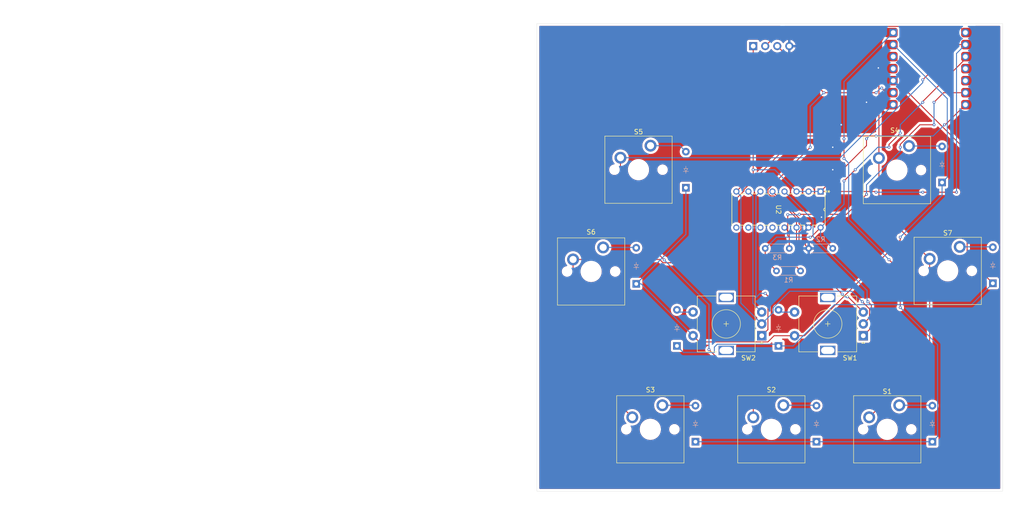
<source format=kicad_pcb>
(kicad_pcb (version 20240108) (generator "pcbnew") (generator_version "8.0")
  (layers (0 "F.Cu" signal) (31 "B.Cu" signal) (34 "B.Paste" user) (35 "F.Paste" user) (36 "B.SilkS" user "B.Silkscreen") (37 "F.SilkS" user "F.Silkscreen") (38 "B.Mask" user) (39 "F.Mask" user) (44 "Edge.Cuts" user))
  (net 0 "")
  (net 1 "Net-(D1-A)")
  (net 2 "Row 0")
  (net 3 "Net-(D2-A)")
  (net 4 "Net-(D3-A)")
  (net 5 "Row 1")
  (net 6 "Net-(D4-A)")
  (net 7 "Net-(D5-A)")
  (net 8 "Net-(D6-A)")
  (net 9 "Row 2")
  (net 10 "Net-(D7-A)")
  (net 11 "GND")
  (net 12 "SCL")
  (net 13 "Column 0")
  (net 14 "Column 1")
  (net 15 "Column 2")
  (net 18 "SDA")
  (net 19 "+5V")
  (net 20 "+3V3")
  (net 21 "IO_INT")
  (net 22 "A1")
  (net 23 "B1")
  (net 24 "B2")
  (net 25 "A2")
  (net 27 "Net-(D8-A)")
  (net 29 "Net-(D9-A)")
  (footprint "ScottoKeebs_MX:MX_PCB_1.00u" (layer "F.Cu") (at 253.9375 135.733)
    (property "Reference" "S1" (at 0 -8 0) (layer "F.SilkS"))
    (property "Value" "Keyswitch")
    (pad "" np_thru_hole circle (at -5.08 0) (size 1.75 1.75) (drill 1.75) (layers "*.Cu" "*.Mask"))
    (pad "" np_thru_hole circle (at 0 0) (size 4 4) (drill 4) (layers "*.Cu" "*.Mask"))
    (pad "" np_thru_hole circle (at 5.08 0) (size 1.75 1.75) (drill 1.75) (layers "*.Cu" "*.Mask"))
    (pad "1" thru_hole circle (at -3.81 -2.54) (size 2.5 2.5) (drill 1.5) (layers "*.Cu" "*.Mask") (net 13 "Column 0"))
    (pad "2" thru_hole circle (at 2.54 -5.08) (size 2.5 2.5) (drill 1.5) (layers "*.Cu" "*.Mask") (net 1 "Net-(D1-A)"))
  )
  (footprint "ScottoKeebs_MX:MX_PCB_1.00u" (layer "F.Cu") (at 266.7041 102.2625)
    (property "Reference" "S7" (at 0 -8 0) (layer "F.SilkS"))
    (property "Value" "Keyswitch")
    (pad "" np_thru_hole circle (at -5.08 0) (size 1.75 1.75) (drill 1.75) (layers "*.Cu" "*.Mask"))
    (pad "" np_thru_hole circle (at 0 0) (size 4 4) (drill 4) (layers "*.Cu" "*.Mask"))
    (pad "" np_thru_hole circle (at 5.08 0) (size 1.75 1.75) (drill 1.75) (layers "*.Cu" "*.Mask"))
    (pad "1" thru_hole circle (at -3.81 -2.54) (size 2.5 2.5) (drill 1.5) (layers "*.Cu" "*.Mask") (net 13 "Column 0"))
    (pad "2" thru_hole circle (at 2.54 -5.08) (size 2.5 2.5) (drill 1.5) (layers "*.Cu" "*.Mask") (net 10 "Net-(D7-A)"))
  )
  (footprint "ScottoKeebs_Components:OLED_128x64" (layer "F.Cu") (at 229.4575 54.7705)
    (property "Reference" "J1" (hide yes))
    (property "Value" "OLED_128x64")
    (pad "1" thru_hole rect (at -3.81 0 90) (size 1.7 1.7) (drill 1) (layers "*.Cu" "*.Mask") (net 11 "GND"))
    (pad "2" thru_hole oval (at -1.27 0 90) (size 1.7 1.7) (drill 1) (layers "*.Cu" "*.Mask") (net 19 "+5V"))
    (pad "3" thru_hole oval (at 1.27 0 90) (size 1.7 1.7) (drill 1) (layers "*.Cu" "*.Mask") (net 12 "SCL"))
    (pad "4" thru_hole oval (at 3.81 0 90) (size 1.7 1.7) (drill 1) (layers "*.Cu" "*.Mask") (net 18 "SDA"))
  )
  (footprint "ScottoKeebs_MX:MX_PCB_1.00u" (layer "F.Cu") (at 255.98825 80.9631)
    (property "Reference" "S4" (at -0.4524 -8.3747 0) (layer "F.SilkS"))
    (property "Value" "Keyswitch")
    (pad "" np_thru_hole circle (at -5.08 0) (size 1.75 1.75) (drill 1.75) (layers "*.Cu" "*.Mask"))
    (pad "" np_thru_hole circle (at 0 0) (size 4 4) (drill 4) (layers "*.Cu" "*.Mask"))
    (pad "" np_thru_hole circle (at 5.08 0) (size 1.75 1.75) (drill 1.75) (layers "*.Cu" "*.Mask"))
    (pad "1" thru_hole circle (at -3.81 -2.54) (size 2.5 2.5) (drill 1.5) (layers "*.Cu" "*.Mask") (net 13 "Column 0"))
    (pad "2" thru_hole circle (at 2.54 -5.08) (size 2.5 2.5) (drill 1.5) (layers "*.Cu" "*.Mask") (net 6 "Net-(D4-A)"))
  )
  (footprint "ScottoKeebs_MX:MX_PCB_1.00u" (layer "F.Cu") (at 191.4375 102.3875)
    (property "Reference" "S6" (at 0 -8.33395 0) (layer "F.SilkS"))
    (property "Value" "Keyswitch")
    (pad "" np_thru_hole circle (at -5.08 0) (size 1.75 1.75) (drill 1.75) (layers "*.Cu" "*.Mask"))
    (pad "" np_thru_hole circle (at 0 0) (size 4 4) (drill 4) (layers "*.Cu" "*.Mask"))
    (pad "" np_thru_hole circle (at 5.08 0) (size 1.75 1.75) (drill 1.75) (layers "*.Cu" "*.Mask"))
    (pad "1" thru_hole circle (at -3.81 -2.54) (size 2.5 2.5) (drill 1.5) (layers "*.Cu" "*.Mask") (net 15 "Column 2"))
    (pad "2" thru_hole circle (at 2.54 -5.08) (size 2.5 2.5) (drill 1.5) (layers "*.Cu" "*.Mask") (net 8 "Net-(D6-A)"))
  )
  (footprint "Rotary_Encoder:RotaryEncoder_Alps_EC11E-Switch_Vertical_H20mm" (layer "F.Cu") (at 248.8828 115.96425 180)
    (property "Reference" "SW1" (at 2.8 -4.7 0) (layer "F.SilkS"))
    (property "Value" "Volume 1")
    (pad "A" thru_hole rect (at 0 0 180) (size 2 2) (drill 1) (layers "*.Cu" "*.Mask") (net 22 "A1"))
    (pad "B" thru_hole circle (at 0 5 180) (size 2 2) (drill 1) (layers "*.Cu" "*.Mask") (net 23 "B1"))
    (pad "C" thru_hole circle (at 0 2.5 180) (size 2 2) (drill 1) (layers "*.Cu" "*.Mask") (net 11 "GND"))
    (pad "MP" thru_hole rect (at 7.5 -3.1 180) (size 3.2 2) (drill oval 2.8 1.5) (layers "*.Cu" "*.Mask"))
    (pad "MP" thru_hole rect (at 7.5 8.1 180) (size 3.2 2) (drill oval 2.8 1.5) (layers "*.Cu" "*.Mask"))
    (pad "S1" thru_hole circle (at 14.5 5 180) (size 2 2) (drill 1) (layers "*.Cu" "*.Mask") (net 29 "Net-(D9-A)"))
    (pad "S2" thru_hole circle (at 14.5 0 180) (size 2 2) (drill 1) (layers "*.Cu" "*.Mask") (net 5 "Row 1"))
  )
  (footprint "Rotary_Encoder:RotaryEncoder_Alps_EC11E-Switch_Vertical_H20mm" (layer "F.Cu") (at 227.45155 115.96425 180)
    (property "Reference" "SW2" (at 2.8 -4.7 0) (layer "F.SilkS"))
    (property "Value" "Volume 2")
    (pad "A" thru_hole rect (at 0 0 180) (size 2 2) (drill 1) (layers "*.Cu" "*.Mask") (net 25 "A2"))
    (pad "B" thru_hole circle (at 0 5 180) (size 2 2) (drill 1) (layers "*.Cu" "*.Mask") (net 24 "B2"))
    (pad "C" thru_hole circle (at 0 2.5 180) (size 2 2) (drill 1) (layers "*.Cu" "*.Mask") (net 11 "GND"))
    (pad "MP" thru_hole rect (at 7.5 -3.1 180) (size 3.2 2) (drill oval 2.8 1.5) (layers "*.Cu" "*.Mask"))
    (pad "MP" thru_hole rect (at 7.5 8.1 180) (size 3.2 2) (drill oval 2.8 1.5) (layers "*.Cu" "*.Mask"))
    (pad "S1" thru_hole circle (at 14.5 5 180) (size 2 2) (drill 1) (layers "*.Cu" "*.Mask") (net 27 "Net-(D8-A)"))
    (pad "S2" thru_hole circle (at 14.5 0 180) (size 2 2) (drill 1) (layers "*.Cu" "*.Mask") (net 5 "Row 1"))
  )
  (footprint "footprints:N16" (layer "F.Cu") (at 222.0946 93.10765 -90)
    (property "Reference" "U2" (at -3.81 -8.89 -90) (layer "F.SilkS"))
    (property "Value" "PCF8574A")
    (fp_text user "*" (at -7.62 -19.1897 -90) (layer "F.SilkS"))
    (fp_text user "*" (at -7.62 -19.1897 90) (layer "F.SilkS"))
    (pad "1" thru_hole rect (at -7.62 -17.78 270) (size 1.2954 1.2954) (drill 0.7874) (layers "*.Cu" "*.Mask") (net 11 "GND"))
    (pad "2" thru_hole circle (at -7.62 -15.24 270) (size 1.2954 1.2954) (drill 0.7874) (layers "*.Cu" "*.Mask") (net 11 "GND"))
    (pad "3" thru_hole circle (at -7.62 -12.7 270) (size 1.2954 1.2954) (drill 0.7874) (layers "*.Cu" "*.Mask") (net 11 "GND"))
    (pad "4" thru_hole circle (at -7.62 -10.16 270) (size 1.2954 1.2954) (drill 0.7874) (layers "*.Cu" "*.Mask") (net 22 "A1"))
    (pad "5" thru_hole circle (at -7.62 -7.62 270) (size 1.2954 1.2954) (drill 0.7874) (layers "*.Cu" "*.Mask") (net 23 "B1"))
    (pad "6" thru_hole circle (at -7.62 -5.08 270) (size 1.2954 1.2954) (drill 0.7874) (layers "*.Cu" "*.Mask") (net 25 "A2"))
    (pad "7" thru_hole circle (at -7.62 -2.54 270) (size 1.2954 1.2954) (drill 0.7874) (layers "*.Cu" "*.Mask") (net 24 "B2"))
    (pad "8" thru_hole circle (at -7.62 0 270) (size 1.2954 1.2954) (drill 0.7874) (layers "*.Cu" "*.Mask") (net 11 "GND"))
    (pad "9" thru_hole circle (at 0 0 270) (size 1.2954 1.2954) (drill 0.7874) (layers "*.Cu" "*.Mask"))
    (pad "10" thru_hole circle (at 0 -2.54 270) (size 1.2954 1.2954) (drill 0.7874) (layers "*.Cu" "*.Mask"))
    (pad "11" thru_hole circle (at 0 -5.08 270) (size 1.2954 1.2954) (drill 0.7874) (layers "*.Cu" "*.Mask"))
    (pad "12" thru_hole circle (at 0 -7.62 270) (size 1.2954 1.2954) (drill 0.7874) (layers "*.Cu" "*.Mask"))
    (pad "13" thru_hole circle (at 0 -10.16 270) (size 1.2954 1.2954) (drill 0.7874) (layers "*.Cu" "*.Mask") (net 21 "IO_INT"))
    (pad "14" thru_hole circle (at 0 -12.7 270) (size 1.2954 1.2954) (drill 0.7874) (layers "*.Cu" "*.Mask") (net 12 "SCL"))
    (pad "15" thru_hole circle (at 0 -15.24 270) (size 1.2954 1.2954) (drill 0.7874) (layers "*.Cu" "*.Mask") (net 18 "SDA"))
    (pad "16" thru_hole circle (at 0 -17.78 270) (size 1.2954 1.2954) (drill 0.7874) (layers "*.Cu" "*.Mask") (net 20 "+3V3"))
  )
  (footprint "ScottoKeebs_MX:MX_PCB_1.00u" (layer "F.Cu") (at 203.9375 135.733)
    (property "Reference" "S3" (at 0 -8.33285 0) (layer "F.SilkS"))
    (property "Value" "Keyswitch")
    (pad "" np_thru_hole circle (at -5.08 0) (size 1.75 1.75) (drill 1.75) (layers "*.Cu" "*.Mask"))
    (pad "" np_thru_hole circle (at 0 0) (size 4 4) (drill 4) (layers "*.Cu" "*.Mask"))
    (pad "" np_thru_hole circle (at 5.08 0) (size 1.75 1.75) (drill 1.75) (layers "*.Cu" "*.Mask"))
    (pad "1" thru_hole circle (at -3.81 -2.54) (size 2.5 2.5) (drill 1.5) (layers "*.Cu" "*.Mask") (net 15 "Column 2"))
    (pad "2" thru_hole circle (at 2.54 -5.08) (size 2.5 2.5) (drill 1.5) (layers "*.Cu" "*.Mask") (net 4 "Net-(D3-A)"))
  )
  (footprint "ScottoKeebs_MX:MX_PCB_1.00u" (layer "F.Cu") (at 229.47655 135.733)
    (property "Reference" "S2" (at 0.00255 -8.33285 0) (layer "F.SilkS"))
    (property "Value" "Keyswitch")
    (pad "" np_thru_hole circle (at -5.08 0) (size 1.75 1.75) (drill 1.75) (layers "*.Cu" "*.Mask"))
    (pad "" np_thru_hole circle (at 0 0) (size 4 4) (drill 4) (layers "*.Cu" "*.Mask"))
    (pad "" np_thru_hole circle (at 5.08 0) (size 1.75 1.75) (drill 1.75) (layers "*.Cu" "*.Mask"))
    (pad "1" thru_hole circle (at -3.81 -2.54) (size 2.5 2.5) (drill 1.5) (layers "*.Cu" "*.Mask") (net 14 "Column 1"))
    (pad "2" thru_hole circle (at 2.54 -5.08) (size 2.5 2.5) (drill 1.5) (layers "*.Cu" "*.Mask") (net 3 "Net-(D2-A)"))
  )
  (footprint "ScottoKeebs_MX:MX_PCB_1.00u" (layer "F.Cu") (at 201.4375 80.8875)
    (property "Reference" "S5" (at 0 -8 0) (layer "F.SilkS"))
    (property "Value" "Keyswitch")
    (pad "" np_thru_hole circle (at -5.08 0) (size 1.75 1.75) (drill 1.75) (layers "*.Cu" "*.Mask"))
    (pad "" np_thru_hole circle (at 0 0) (size 4 4) (drill 4) (layers "*.Cu" "*.Mask"))
    (pad "" np_thru_hole circle (at 5.08 0) (size 1.75 1.75) (drill 1.75) (layers "*.Cu" "*.Mask"))
    (pad "1" thru_hole circle (at -3.81 -2.54) (size 2.5 2.5) (drill 1.5) (layers "*.Cu" "*.Mask") (net 14 "Column 1"))
    (pad "2" thru_hole circle (at 2.54 -5.08) (size 2.5 2.5) (drill 1.5) (layers "*.Cu" "*.Mask") (net 7 "Net-(D5-A)"))
  )
  (footprint "ScottoKeebs_MCU:Seeed_XIAO_RP2040" (layer "F.Cu") (at 262.8173 59.5331)
    (property "Reference" "U1" (hide yes))
    (property "Value" "MCU_Seeed_XIAO_RP2040")
    (pad "1" smd roundrect (at -8.065 -7.62) (size 2.75 2) (layers "F.Cu" "F.Paste" "F.Mask") (net 2 "Row 0"))
    (pad "1" thru_hole rect (at -7.62 -7.62 90) (size 1.6 1.6) (drill 1) (layers "*.Cu" "*.Mask") (net 2 "Row 0"))
    (pad "2" smd roundrect (at -8.065 -5.08) (size 2.75 2) (layers "F.Cu" "F.Paste" "F.Mask") (net 5 "Row 1"))
    (pad "2" thru_hole circle (at -7.62 -5.08 90) (size 1.6 1.6) (drill 1) (layers "*.Cu" "*.Mask") (net 5 "Row 1"))
    (pad "3" smd roundrect (at -8.065 -2.54) (size 2.75 2) (layers "F.Cu" "F.Paste" "F.Mask") (net 9 "Row 2"))
    (pad "3" thru_hole circle (at -7.62 -2.54 90) (size 1.6 1.6) (drill 1) (layers "*.Cu" "*.Mask") (net 9 "Row 2"))
    (pad "4" smd roundrect (at -8.065 0) (size 2.75 2) (layers "F.Cu" "F.Paste" "F.Mask") (net 13 "Column 0"))
    (pad "4" thru_hole circle (at -7.62 0 90) (size 1.6 1.6) (drill 1) (layers "*.Cu" "*.Mask") (net 13 "Column 0"))
    (pad "5" smd roundrect (at -8.065 2.54) (size 2.75 2) (layers "F.Cu" "F.Paste" "F.Mask") (net 18 "SDA"))
    (pad "5" thru_hole circle (at -7.62 2.54 90) (size 1.6 1.6) (drill 1) (layers "*.Cu" "*.Mask") (net 18 "SDA"))
    (pad "6" smd roundrect (at -8.065 5.08) (size 2.75 2) (layers "F.Cu" "F.Paste" "F.Mask") (net 12 "SCL"))
    (pad "6" thru_hole circle (at -7.62 5.08 90) (size 1.6 1.6) (drill 1) (layers "*.Cu" "*.Mask") (net 12 "SCL"))
    (pad "7" smd roundrect (at -8.065 7.62) (size 2.75 2) (layers "F.Cu" "F.Paste" "F.Mask") (net 14 "Column 1"))
    (pad "7" thru_hole circle (at -7.62 7.62 90) (size 1.6 1.6) (drill 1) (layers "*.Cu" "*.Mask") (net 14 "Column 1"))
    (pad "8" thru_hole circle (at 7.62 7.62 90) (size 1.6 1.6) (drill 1) (layers "*.Cu" "*.Mask") (net 15 "Column 2"))
    (pad "8" smd roundrect (at 8.1 7.62) (size 2.75 2) (layers "F.Cu" "F.Paste" "F.Mask") (net 15 "Column 2"))
    (pad "9" thru_hole circle (at 7.62 5.08 90) (size 1.6 1.6) (drill 1) (layers "*.Cu" "*.Mask") (net 21 "IO_INT"))
    (pad "9" smd roundrect (at 8.1 5.08) (size 2.75 2) (layers "F.Cu" "F.Paste" "F.Mask") (net 21 "IO_INT"))
    (pad "10" thru_hole circle (at 7.62 2.54 90) (size 1.6 1.6) (drill 1) (layers "*.Cu" "*.Mask"))
    (pad "10" smd roundrect (at 8.1 2.54) (size 2.75 2) (layers "F.Cu" "F.Paste" "F.Mask"))
    (pad "11" thru_hole circle (at 7.62 0 90) (size 1.6 1.6) (drill 1) (layers "*.Cu" "*.Mask"))
    (pad "11" smd roundrect (at 8.1 0) (size 2.75 2) (layers "F.Cu" "F.Paste" "F.Mask"))
    (pad "12" thru_hole circle (at 7.62 -2.54 90) (size 1.6 1.6) (drill 1) (layers "*.Cu" "*.Mask") (net 20 "+3V3"))
    (pad "12" smd roundrect (at 8.1 -2.54) (size 2.75 2) (layers "F.Cu" "F.Paste" "F.Mask") (net 20 "+3V3"))
    (pad "13" thru_hole circle (at 7.62 -5.08 90) (size 1.6 1.6) (drill 1) (layers "*.Cu" "*.Mask") (net 11 "GND"))
    (pad "13" smd roundrect (at 8.1 -5.08) (size 2.75 2) (layers "F.Cu" "F.Paste" "F.Mask") (net 11 "GND"))
    (pad "14" thru_hole circle (at 7.62 -7.62 90) (size 1.6 1.6) (drill 1) (layers "*.Cu" "*.Mask") (net 19 "+5V"))
    (pad "14" smd roundrect (at 8.1 -7.62) (size 2.75 2) (layers "F.Cu" "F.Paste" "F.Mask") (net 19 "+5V"))
  )
  (footprint "ScottoKeebs_Components:Diode_DO-35" (layer "B.Cu") (at 263.4625 138.35405 90)
    (property "Reference" "D1" (hide yes))
    (property "Value" "Diode" (hide yes))
    (pad "1" thru_hole rect (at 0 0 90) (size 1.6 1.6) (drill 0.8) (layers "*.Cu" "*.Mask") (net 2 "Row 0"))
    (pad "2" thru_hole oval (at 7.62 0 90) (size 1.6 1.6) (drill 0.8) (layers "*.Cu" "*.Mask") (net 1 "Net-(D1-A)"))
  )
  (footprint "ScottoKeebs_Components:Diode_DO-35" (layer "B.Cu") (at 230.9846 118.1113 90)
    (property "Reference" "D9" (hide yes))
    (property "Value" "Diode" (hide yes))
    (pad "1" thru_hole rect (at 0 0 90) (size 1.6 1.6) (drill 0.8) (layers "*.Cu" "*.Mask") (net 9 "Row 2"))
    (pad "2" thru_hole oval (at 7.62 0 90) (size 1.6 1.6) (drill 0.8) (layers "*.Cu" "*.Mask") (net 29 "Net-(D9-A)"))
  )
  (footprint "ScottoKeebs_Components:Diode_DO-35" (layer "B.Cu") (at 239.00155 138.35405 90)
    (property "Reference" "D2" (hide yes))
    (property "Value" "Diode" (hide yes))
    (pad "1" thru_hole rect (at 0 0 90) (size 1.6 1.6) (drill 0.8) (layers "*.Cu" "*.Mask") (net 2 "Row 0"))
    (pad "2" thru_hole oval (at 7.62 0 90) (size 1.6 1.6) (drill 0.8) (layers "*.Cu" "*.Mask") (net 3 "Net-(D2-A)"))
  )
  (footprint "ScottoKeebs_Components:Diode_DO-35" (layer "B.Cu") (at 265.51345 83.58245 90)
    (property "Reference" "D4" (hide yes))
    (property "Value" "Diode" (hide yes))
    (pad "1" thru_hole rect (at 0 0 90) (size 1.6 1.6) (drill 0.8) (layers "*.Cu" "*.Mask") (net 5 "Row 1"))
    (pad "2" thru_hole oval (at 7.62 0 90) (size 1.6 1.6) (drill 0.8) (layers "*.Cu" "*.Mask") (net 6 "Net-(D4-A)"))
  )
  (footprint "ScottoKeebs_Components:Diode_DO-35" (layer "B.Cu") (at 213.4625 138.35405 90)
    (property "Reference" "D3" (hide yes))
    (property "Value" "Diode" (hide yes))
    (pad "1" thru_hole rect (at 0 0 90) (size 1.6 1.6) (drill 0.8) (layers "*.Cu" "*.Mask") (net 2 "Row 0"))
    (pad "2" thru_hole oval (at 7.62 0 90) (size 1.6 1.6) (drill 0.8) (layers "*.Cu" "*.Mask") (net 4 "Net-(D3-A)"))
  )
  (footprint "ScottoKeebs_Components:Diode_DO-35" (layer "B.Cu") (at 200.9627 105.00685 90)
    (property "Reference" "D6" (hide yes))
    (property "Value" "Diode" (hide yes))
    (pad "1" thru_hole rect (at 0 0 90) (size 1.6 1.6) (drill 0.8) (layers "*.Cu" "*.Mask") (net 5 "Row 1"))
    (pad "2" thru_hole oval (at 7.62 0 90) (size 1.6 1.6) (drill 0.8) (layers "*.Cu" "*.Mask") (net 8 "Net-(D6-A)"))
  )
  (footprint "ScottoKeebs_Components:Diode_DO-35" (layer "B.Cu") (at 209.5529 118.1113 90)
    (property "Reference" "D8" (hide yes))
    (property "Value" "Diode" (hide yes))
    (pad "1" thru_hole rect (at 0 0 90) (size 1.6 1.6) (drill 0.8) (layers "*.Cu" "*.Mask") (net 9 "Row 2"))
    (pad "2" thru_hole oval (at 7.62 0 90) (size 1.6 1.6) (drill 0.8) (layers "*.Cu" "*.Mask") (net 27 "Net-(D8-A)"))
  )
  (footprint "Resistor_THT:R_Axial_DIN0204_L3.6mm_D1.6mm_P5.08mm_Horizontal" (layer "B.Cu") (at 242.4375 97.5125 180)
    (property "Reference" "R2" (at 2.54 1.92 0) (layer "B.SilkS") (effects (justify mirror)))
    (property "Value" "4.7k")
    (pad "1" thru_hole circle (at 0 0 180) (size 1.4 1.4) (drill 0.7) (layers "*.Cu" "*.Mask") (net 20 "+3V3"))
    (pad "2" thru_hole oval (at 5.08 0 180) (size 1.4 1.4) (drill 0.7) (layers "*.Cu" "*.Mask") (net 18 "SDA"))
  )
  (footprint "ScottoKeebs_Components:Diode_DO-35" (layer "B.Cu") (at 211.4375 84.6975 90)
    (property "Reference" "D5" (hide yes))
    (property "Value" "Diode" (hide yes))
    (pad "1" thru_hole rect (at 0 0 90) (size 1.6 1.6) (drill 0.8) (layers "*.Cu" "*.Mask") (net 5 "Row 1"))
    (pad "2" thru_hole oval (at 7.62 0 90) (size 1.6 1.6) (drill 0.8) (layers "*.Cu" "*.Mask") (net 7 "Net-(D5-A)"))
  )
  (footprint "Resistor_THT:R_Axial_DIN0204_L3.6mm_D1.6mm_P5.08mm_Horizontal" (layer "B.Cu") (at 230.5625 102.2625)
    (property "Reference" "R1" (at 2.54 1.92 0) (layer "B.SilkS") (effects (justify mirror)))
    (property "Value" "4.7k")
    (pad "1" thru_hole circle (at 0 0) (size 1.4 1.4) (drill 0.7) (layers "*.Cu" "*.Mask") (net 20 "+3V3"))
    (pad "2" thru_hole oval (at 5.08 0) (size 1.4 1.4) (drill 0.7) (layers "*.Cu" "*.Mask") (net 12 "SCL"))
  )
  (footprint "Resistor_THT:R_Axial_DIN0204_L3.6mm_D1.6mm_P5.08mm_Horizontal" (layer "B.Cu") (at 228.1875 97.5125)
    (property "Reference" "R3" (at 2.54 1.92 0) (layer "B.SilkS") (effects (justify mirror)))
    (property "Value" "4.7k")
    (pad "1" thru_hole circle (at 0 0) (size 1.4 1.4) (drill 0.7) (layers "*.Cu" "*.Mask") (net 20 "+3V3"))
    (pad "2" thru_hole oval (at 5.08 0) (size 1.4 1.4) (drill 0.7) (layers "*.Cu" "*.Mask") (net 21 "IO_INT"))
  )
  (footprint "ScottoKeebs_Components:Diode_DO-35" (layer "B.Cu") (at 276.2293 104.88185 90)
    (property "Reference" "D7" (hide yes))
    (property "Value" "Diode" (hide yes))
    (pad "1" thru_hole rect (at 0 0 90) (size 1.6 1.6) (drill 0.8) (layers "*.Cu" "*.Mask") (net 9 "Row 2"))
    (pad "2" thru_hole oval (at 7.62 0 90) (size 1.6 1.6) (drill 0.8) (layers "*.Cu" "*.Mask") (net 10 "Net-(D7-A)"))
  )
  (gr_rect (start 180 50) (end 278.28115 148.81725) (stroke (width 0.05)) (fill none) (layer "Edge.Cuts"))
  (segment (start 256.4775 130.653) (end 263.38145 130.653) (width 0.2) (layer "B.Cu") (net 1))
  (segment (start 263.38145 130.653) (end 263.4625 130.73405) (width 0.2) (layer "B.Cu") (net 1))
  (segment (start 244.8125 78.5125) (end 244.8125 74.3625) (width 0.2) (layer "F.Cu") (net 2))
  (segment (start 256.6875 102.2625) (end 254.3125 99.8875) (width 0.2) (layer "F.Cu") (net 2))
  (segment (start 256.6875 109.9875) (end 256.6875 102.2625) (width 0.2) (layer "F.Cu") (net 2))
  (via (at 244.8125 74.3625) (size 0.6) (drill 0.3) (layers "F.Cu" "B.Cu") (net 2))
  (via (at 254.3125 99.8875) (size 0.6) (drill 0.3) (layers "F.Cu" "B.Cu") (net 2))
  (via (at 244.8125 78.5125) (size 0.6) (drill 0.3) (layers "F.Cu" "B.Cu") (net 2))
  (via (at 256.6875 109.9875) (size 0.6) (drill 0.3) (layers "F.Cu" "B.Cu") (net 2))
  (segment (start 239.00155 138.35405) (end 263.4625 138.35405) (width 0.2) (layer "B.Cu") (net 2))
  (segment (start 245.795543 79.495543) (end 244.8125 78.5125) (width 0.2) (layer "B.Cu") (net 2))
  (segment (start 264.5625 117.8625) (end 256.6875 109.9875) (width 0.2) (layer "B.Cu") (net 2))
  (segment (start 244.8125 74.3625) (end 244.8125 62.2979) (width 0.2) (layer "B.Cu") (net 2))
  (segment (start 213.4625 138.35405) (end 239.00155 138.35405) (width 0.2) (layer "B.Cu") (net 2))
  (segment (start 244.8125 62.2979) (end 255.1973 51.9131) (width 0.2) (layer "B.Cu") (net 2))
  (segment (start 254.3125 99.8875) (end 245.795543 91.370543) (width 0.2) (layer "B.Cu") (net 2))
  (segment (start 245.795543 91.370543) (end 245.795543 79.495543) (width 0.2) (layer "B.Cu") (net 2))
  (segment (start 264.5625 137.25405) (end 264.5625 117.8625) (width 0.2) (layer "B.Cu") (net 2))
  (segment (start 263.4625 138.35405) (end 264.5625 137.25405) (width 0.2) (layer "B.Cu") (net 2))
  (segment (start 238.9205 130.653) (end 239.00155 130.73405) (width 0.2) (layer "B.Cu") (net 3))
  (segment (start 232.01655 130.653) (end 238.9205 130.653) (width 0.2) (layer "B.Cu") (net 3))
  (segment (start 206.4775 130.653) (end 213.38145 130.653) (width 0.2) (layer "B.Cu") (net 4))
  (segment (start 213.38145 130.653) (end 213.4625 130.73405) (width 0.2) (layer "B.Cu") (net 4))
  (segment (start 228.75155 117.26425) (end 230.05155 115.96425) (width 0.2) (layer "F.Cu") (net 5))
  (segment (start 214.25155 117.26425) (end 228.75155 117.26425) (width 0.2) (layer "F.Cu") (net 5))
  (segment (start 212.95155 115.96425) (end 214.25155 117.26425) (width 0.2) (layer "F.Cu") (net 5))
  (segment (start 236.4828 115.96425) (end 256.6875 95.75955) (width 0.2) (layer "F.Cu") (net 5))
  (segment (start 256.6875 95.75955) (end 256.6875 95.1375) (width 0.2) (layer "F.Cu") (net 5))
  (segment (start 234.3828 115.96425) (end 236.4828 115.96425) (width 0.2) (layer "F.Cu") (net 5))
  (segment (start 230.05155 115.96425) (end 234.3828 115.96425) (width 0.2) (layer "F.Cu") (net 5))
  (via (at 256.6875 95.1375) (size 0.6) (drill 0.3) (layers "F.Cu" "B.Cu") (net 5))
  (segment (start 256.6875 95.1375) (end 265.51345 86.31155) (width 0.2) (layer "B.Cu") (net 5))
  (segment (start 211.4375 94.53205) (end 200.9627 105.00685) (width 0.2) (layer "B.Cu") (net 5))
  (segment (start 211.4375 84.6975) (end 211.4375 94.53205) (width 0.2) (layer "B.Cu") (net 5))
  (segment (start 201.99415 105.00685) (end 212.95155 115.96425) (width 0.2) (layer "B.Cu") (net 5))
  (segment (start 265.51345 83.58245) (end 266.61345 82.48245) (width 0.2) (layer "B.Cu") (net 5))
  (segment (start 266.61345 82.48245) (end 266.61345 65.86925) (width 0.2) (layer "B.Cu") (net 5))
  (segment (start 266.61345 65.86925) (end 255.1973 54.4531) (width 0.2) (layer "B.Cu") (net 5))
  (segment (start 200.9627 105.00685) (end 201.99415 105.00685) (width 0.2) (layer "B.Cu") (net 5))
  (segment (start 265.51345 86.31155) (end 265.51345 83.58245) (width 0.2) (layer "B.Cu") (net 5))
  (segment (start 265.4341 75.8831) (end 265.51345 75.96245) (width 0.2) (layer "B.Cu") (net 6))
  (segment (start 258.52825 75.8831) (end 265.4341 75.8831) (width 0.2) (layer "B.Cu") (net 6))
  (segment (start 203.9775 75.8075) (end 210.1675 75.8075) (width 0.2) (layer "B.Cu") (net 7))
  (segment (start 210.1675 75.8075) (end 211.4375 77.0775) (width 0.2) (layer "B.Cu") (net 7))
  (segment (start 193.9775 97.3075) (end 200.88335 97.3075) (width 0.2) (layer "B.Cu") (net 8))
  (segment (start 200.88335 97.3075) (end 200.9627 97.38685) (width 0.2) (layer "B.Cu") (net 8))
  (segment (start 256.6875 58.4833) (end 255.1973 56.9931) (width 0.2) (layer "F.Cu") (net 9))
  (segment (start 270.7941 99.44665) (end 270.7941 77.016679) (width 0.2) (layer "F.Cu") (net 9))
  (segment (start 270.7941 77.016679) (end 256.6875 62.910079) (width 0.2) (layer "F.Cu") (net 9))
  (segment (start 256.6875 62.910079) (end 256.6875 58.4833) (width 0.2) (layer "F.Cu") (net 9))
  (segment (start 276.2293 104.88185) (end 270.7941 99.44665) (width 0.2) (layer "F.Cu") (net 9))
  (segment (start 217.45155 118.36425) (end 218.05155 117.76425) (width 0.2) (layer "B.Cu") (net 9))
  (segment (start 209.5529 118.1113) (end 210.9291 119.4875) (width 0.2) (layer "B.Cu") (net 9))
  (segment (start 242.798028 109.3875) (end 271.72365 109.3875) (width 0.2) (layer "B.Cu") (net 9))
  (segment (start 218.05155 117.76425) (end 230.63755 117.76425) (width 0.2) (layer "B.Cu") (net 9))
  (segment (start 217.45155 119.4875) (end 217.45155 118.36425) (width 0.2) (layer "B.Cu") (net 9))
  (segment (start 230.63755 117.76425) (end 230.9846 118.1113) (width 0.2) (layer "B.Cu") (net 9))
  (segment (start 230.9846 118.1113) (end 234.074228 118.1113) (width 0.2) (layer "B.Cu") (net 9))
  (segment (start 210.9291 119.4875) (end 217.45155 119.4875) (width 0.2) (layer "B.Cu") (net 9))
  (segment (start 234.074228 118.1113) (end 242.798028 109.3875) (width 0.2) (layer "B.Cu") (net 9))
  (segment (start 271.72365 109.3875) (end 276.2293 104.88185) (width 0.2) (layer "B.Cu") (net 9))
  (segment (start 276.14995 97.1825) (end 276.2293 97.26185) (width 0.2) (layer "B.Cu") (net 10))
  (segment (start 269.2441 97.1825) (end 276.14995 97.1825) (width 0.2) (layer "B.Cu") (net 10))
  (segment (start 239.8746 85.48765) (end 251.4284 85.48765) (width 0.2) (layer "F.Cu") (net 11))
  (segment (start 261.4375 61.8875) (end 268.8719 54.4531) (width 0.2) (layer "F.Cu") (net 11))
  (segment (start 225.6475 81.93475) (end 222.0946 85.48765) (width 0.2) (layer "F.Cu") (net 11))
  (segment (start 251.4284 85.48765) (end 251.57825 85.6375) (width 0.2) (layer "F.Cu") (net 11))
  (segment (start 268.8719 54.4531) (end 270.4373 54.4531) (width 0.2) (layer "F.Cu") (net 11))
  (segment (start 249.5625 75.79975) (end 249.5625 74.3625) (width 0.2) (layer "F.Cu") (net 11))
  (segment (start 248.6828 108.7875) (end 250.1828 110.2875) (width 0.2) (layer "F.Cu") (net 11))
  (segment (start 261.4375 85.6375) (end 268.5625 85.6375) (width 0.2) (layer "F.Cu") (net 11))
  (segment (start 225.6475 80.8875) (end 225.6475 81.93475) (width 0.2) (layer "F.Cu") (net 11))
  (segment (start 225.6475 54.7705) (end 225.6475 80.8875) (width 0.2) (layer "F.Cu") (net 11))
  (segment (start 250.1828 112.16425) (end 248.8828 113.46425) (width 0.2) (layer "F.Cu") (net 11))
  (segment (start 239.8746 85.48765) (end 249.5625 75.79975) (width 0.2) (layer "F.Cu") (net 11))
  (segment (start 250.1828 110.2875) (end 250.1828 112.16425) (width 0.2) (layer "F.Cu") (net 11))
  (via (at 251.57825 85.6375) (size 0.6) (drill 0.3) (layers "F.Cu" "B.Cu") (net 11))
  (via (at 248.6828 108.7875) (size 0.6) (drill 0.3) (layers "F.Cu" "B.Cu") (net 11))
  (via (at 261.4375 61.8875) (size 0.6) (drill 0.3) (layers "F.Cu" "B.Cu") (net 11))
  (via (at 268.5625 85.6375) (size 0.6) (drill 0.3) (layers "F.Cu" "B.Cu") (net 11))
  (via (at 261.4375 85.6375) (size 0.6) (drill 0.3) (layers "F.Cu" "B.Cu") (net 11))
  (via (at 249.5625 74.3625) (size 0.6) (drill 0.3) (layers "F.Cu" "B.Cu") (net 11))
  (via (at 225.6475 80.8875) (size 0.6) (drill 0.3) (layers "F.Cu" "B.Cu") (net 11))
  (segment (start 234.7946 85.48765) (end 230.19445 80.8875) (width 0.2) (layer "B.Cu") (net 11))
  (segment (start 246.45955 106.56425) (end 248.8828 108.9875) (width 0.2) (layer "B.Cu") (net 11))
  (segment (start 223.0423 109.055) (end 227.45155 113.46425) (width 0.2) (layer "B.Cu") (net 11))
  (segment (start 222.0946 85.48765) (end 223.0423 86.43535) (width 0.2) (layer "B.Cu") (net 11))
  (segment (start 248.8828 108.9875) (end 248.6828 108.7875) (width 0.2) (layer "B.Cu") (net 11))
  (segment (start 237.3346 85.48765) (end 239.8746 85.48765) (width 0.2) (layer "B.Cu") (net 11))
  (segment (start 229.8846 110.035665) (end 233.356015 106.56425) (width 0.2) (layer "B.Cu") (net 11))
  (segment (start 251.57825 85.6375) (end 261.4375 85.6375) (width 0.2) (layer "B.Cu") (net 11))
  (segment (start 230.19445 80.8875) (end 225.6475 80.8875) (width 0.2) (layer "B.Cu") (net 11))
  (segment (start 234.7946 85.48765) (end 237.3346 85.48765) (width 0.2) (layer "B.Cu") (net 11))
  (segment (start 233.356015 106.56425) (end 246.45955 106.56425) (width 0.2) (layer "B.Cu") (net 11))
  (segment (start 261.4375 62.4875) (end 261.4375 61.8875) (width 0.2) (layer "B.Cu") (net 11))
  (segment (start 268.5625 85.6375) (end 268.5625 56.3279) (width 0.2) (layer "B.Cu") (net 11))
  (segment (start 268.5625 56.3279) (end 270.4373 54.4531) (width 0.2) (layer "B.Cu") (net 11))
  (segment (start 223.0423 86.43535) (end 223.0423 109.055) (width 0.2) (layer "B.Cu") (net 11))
  (segment (start 227.45155 113.46425) (end 229.8846 111.0312) (width 0.2) (layer "B.Cu") (net 11))
  (segment (start 249.5625 74.3625) (end 261.4375 62.4875) (width 0.2) (layer "B.Cu") (net 11))
  (segment (start 229.8846 111.0312) (end 229.8846 110.035665) (width 0.2) (layer "B.Cu") (net 11))
  (segment (start 235.6425 102.2625) (end 234.7946 101.4146) (width 0.2) (layer "F.Cu") (net 12))
  (segment (start 228.7669 85.0581) (end 237.6875 76.1375) (width 0.2) (layer "F.Cu") (net 12))
  (segment (start 228.7669 85.880201) (end 228.7669 85.0581) (width 0.2) (layer "F.Cu") (net 12))
  (segment (start 240.5701 64.6131) (end 251.77825 64.6131) (width 0.2) (layer "F.Cu") (net 12))
  (segment (start 253.747728 64.6131) (end 252.77825 63.643622) (width 0.2) (layer "F.Cu") (net 12))
  (segment (start 234.7946 93.10765) (end 234.7946 91.133336) (width 0.2) (layer "F.Cu") (net 12))
  (segment (start 255.1973 64.6131) (end 253.747728 64.6131) (width 0.2) (layer "F.Cu") (net 12))
  (segment (start 234.7946 91.133336) (end 230.096614 86.43535) (width 0.2) (layer "F.Cu") (net 12))
  (segment (start 230.096614 86.43535) (end 229.322049 86.43535) (width 0.2) (layer "F.Cu") (net 12))
  (segment (start 230.7275 54.7705) (end 240.5701 64.6131) (width 0.2) (layer "F.Cu") (net 12))
  (segment (start 234.7946 101.4146) (end 234.7946 93.10765) (width 0.2) (layer "F.Cu") (net 12))
  (segment (start 229.322049 86.43535) (end 228.7669 85.880201) (width 0.2) (layer "F.Cu") (net 12))
  (via (at 237.6875 76.1375) (size 0.6) (drill 0.3) (layers "F.Cu" "B.Cu") (net 12))
  (via (at 252.77825 63.643622) (size 0.6) (drill 0.3) (layers "F.Cu" "B.Cu") (net 12))
  (via (at 240.5701 64.6131) (size 0.6) (drill 0.3) (layers "F.Cu" "B.Cu") (net 12))
  (via (at 251.57825 64.6131) (size 0.6) (drill 0.3) (layers "F.Cu" "B.Cu") (net 12))
  (segment (start 252.547728 63.643622) (end 251.57825 64.6131) (width 0.2) (layer "B.Cu") (net 12))
  (segment (start 237.6875 76.1375) (end 237.6875 67.4957) (width 0.2) (layer "B.Cu") (net 12))
  (segment (start 237.6875 67.4957) (end 240.5701 64.6131) (width 0.2) (layer "B.Cu") (net 12))
  (segment (start 252.77825 63.643622) (end 252.547728 63.643622) (width 0.2) (layer "B.Cu") (net 12))
  (segment (start 252.17825 89.00665) (end 252.17825 78.4231) (width 0.2) (layer "F.Cu") (net 13))
  (segment (start 252.17825 78.4231) (end 252.17825 61.42078) (width 0.2) (layer "F.Cu") (net 13))
  (segment (start 262.8941 120.4264) (end 262.8941 99.7225) (width 0.2) (layer "F.Cu") (net 13))
  (segment (start 250.1275 133.193) (end 262.8941 120.4264) (width 0.2) (layer "F.Cu") (net 13))
  (segment (start 252.17825 61.42078) (end 254.06593 59.5331) (width 0.2) (layer "F.Cu") (net 13))
  (segment (start 254.06593 59.5331) (end 255.1973 59.5331) (width 0.2) (layer "F.Cu") (net 13))
  (segment (start 262.8941 99.7225) (end 252.17825 89.00665) (width 0.2) (layer "F.Cu") (net 13))
  (segment (start 225.66655 133.193) (end 225.66655 128.24155) (width 0.2) (layer "F.Cu") (net 14))
  (segment (start 206.87154 99.94654) (end 197.6275 90.7025) (width 0.2) (layer "F.Cu") (net 14))
  (segment (start 197.6275 90.7025) (end 197.6275 78.3475) (width 0.2) (layer "F.Cu") (net 14))
  (segment (start 225.66655 128.24155) (end 216.3125 118.8875) (width 0.2) (layer "F.Cu") (net 14))
  (via (at 216.3125 118.8875) (size 0.6) (drill 0.3) (layers "F.Cu" "B.Cu") (net 14))
  (via (at 206.87154 99.94654) (size 0.6) (drill 0.3) (layers "F.Cu" "B.Cu") (net 14))
  (segment (start 244.0029 78.3475) (end 255.1973 67.1531) (width 0.2) (layer "B.Cu") (net 14))
  (segment (start 197.6275 78.3475) (end 244.0029 78.3475) (width 0.2) (layer "B.Cu") (net 14))
  (segment (start 216.3125 109.3875) (end 206.87154 99.94654) (width 0.2) (layer "B.Cu") (net 14))
  (segment (start 216.3125 118.8875) (end 216.3125 109.3875) (width 0.2) (layer "B.Cu") (net 14))
  (segment (start 266.01345 71.3875) (end 266.1875 71.3875) (width 0.2) (layer "F.Cu") (net 15))
  (segment (start 200.1275 133.193) (end 187.6275 120.693) (width 0.2) (layer "F.Cu") (net 15))
  (segment (start 270.4219 67.1531) (end 270.9173 67.1531) (width 0.2) (layer "F.Cu") (net 15))
  (segment (start 223.6869 85.095099) (end 235.019499 73.7625) (width 0.2) (layer "F.Cu") (net 15))
  (segment (start 208.52846 100.54654) (end 223.6869 85.3881) (width 0.2) (layer "F.Cu") (net 15))
  (segment (start 206.623011 100.54654) (end 208.52846 100.54654) (width 0.2) (layer "F.Cu") (net 15))
  (segment (start 205.923971 99.8475) (end 206.623011 100.54654) (width 0.2) (layer "F.Cu") (net 15))
  (segment (start 223.6869 85.3881) (end 223.6869 85.095099) (width 0.2) (layer "F.Cu") (net 15))
  (segment (start 235.019499 73.7625) (end 251.57825 73.7625) (width 0.2) (layer "F.Cu") (net 15))
  (segment (start 266.1875 71.3875) (end 270.4219 67.1531) (width 0.2) (layer "F.Cu") (net 15))
  (segment (start 187.6275 99.8475) (end 205.923971 99.8475) (width 0.2) (layer "F.Cu") (net 15))
  (segment (start 187.6275 120.693) (end 187.6275 99.8475) (width 0.2) (layer "F.Cu") (net 15))
  (via (at 266.01345 71.3875) (size 0.6) (drill 0.3) (layers "F.Cu" "B.Cu") (net 15))
  (via (at 251.57825 73.7625) (size 0.6) (drill 0.3) (layers "F.Cu" "B.Cu") (net 15))
  (segment (start 263.63845 73.7625) (end 266.01345 71.3875) (width 0.2) (layer "B.Cu") (net 15))
  (segment (start 251.57825 73.7625) (end 263.63845 73.7625) (width 0.2) (layer "B.Cu") (net 15))
  (segment (start 244.2125 71.3875) (end 248.9625 66.6375) (width 0.2) (layer "F.Cu") (net 18))
  (segment (start 236.6575 93.78475) (end 237.3346 93.10765) (width 0.2) (layer "F.Cu") (net 18))
  (segment (start 237.3346 93.10765) (end 239.52999 90.91226) (width 0.2) (layer "F.Cu") (net 18))
  (segment (start 248.9625 66.6375) (end 249.5625 66.6375) (width 0.2) (layer "F.Cu") (net 18))
  (segment (start 239.52999 90.91226) (end 240.0625 90.91226) (width 0.2) (layer "F.Cu") (net 18))
  (segment (start 247.4497 54.7705) (end 252.0646 59.3854) (width 0.2) (layer "F.Cu") (net 18))
  (segment (start 237.3575 97.5125) (end 236.6575 96.8125) (width 0.2) (layer "F.Cu") (net 18))
  (segment (start 242.4375 80.8875) (end 242.4375 76.1375) (width 0.2) (layer "F.Cu") (net 18))
  (segment (start 236.6575 96.8125) (end 236.6575 93.78475) (width 0.2) (layer "F.Cu") (net 18))
  (segment (start 233.2675 54.7705) (end 247.4497 54.7705) (width 0.2) (layer "F.Cu") (net 18))
  (via (at 252.0646 59.3854) (size 0.6) (drill 0.3) (layers "F.Cu" "B.Cu") (net 18))
  (via (at 240.0625 90.91226) (size 0.6) (drill 0.3) (layers "F.Cu" "B.Cu") (net 18))
  (via (at 244.2125 71.3875) (size 0.6) (drill 0.3) (layers "F.Cu" "B.Cu") (net 18))
  (via (at 242.4375 80.8875) (size 0.6) (drill 0.3) (layers "F.Cu" "B.Cu") (net 18))
  (via (at 249.5625 66.6375) (size 0.6) (drill 0.3) (layers "F.Cu" "B.Cu") (net 18))
  (via (at 242.4375 76.1375) (size 0.6) (drill 0.3) (layers "F.Cu" "B.Cu") (net 18))
  (segment (start 242.4375 88.53726) (end 242.4375 80.8875) (width 0.2) (layer "B.Cu") (net 18))
  (segment (start 255.1973 62.0731) (end 252.5096 59.3854) (width 0.2) (layer "B.Cu") (net 18))
  (segment (start 252.5096 59.3854) (end 252.0646 59.3854) (width 0.2) (layer "B.Cu") (net 18))
  (segment (start 242.4375 76.1375) (end 242.4375 73.1625) (width 0.2) (layer "B.Cu") (net 18))
  (segment (start 240.0625 90.91226) (end 242.4375 88.53726) (width 0.2) (layer "B.Cu") (net 18))
  (segment (start 242.4375 73.1625) (end 244.2125 71.3875) (width 0.2) (layer "B.Cu") (net 18))
  (segment (start 250.6329 66.6375) (end 255.1973 62.0731) (width 0.2) (layer "B.Cu") (net 18))
  (segment (start 249.5625 66.6375) (end 250.6329 66.6375) (width 0.2) (layer "B.Cu") (net 18))
  (segment (start 269.1373 50.6131) (end 270.4373 51.9131) (width 0.2) (layer "F.Cu") (net 19))
  (segment (start 228.1875 54.7705) (end 232.3449 50.6131) (width 0.2) (layer "F.Cu") (net 19))
  (segment (start 232.3449 50.6131) (end 269.1373 50.6131) (width 0.2) (layer "F.Cu") (net 19))
  (segment (start 237.84475 95.1375) (end 239.8746 93.10765) (width 0.2) (layer "F.Cu") (net 20))
  (segment (start 228.1875 99.8875) (end 228.1875 97.5125) (width 0.2) (layer "F.Cu") (net 20))
  (segment (start 254.3125 75.5375) (end 254.3125 76.1375) (width 0.2) (layer "F.Cu") (net 20))
  (segment (start 237.6875 95.1375) (end 237.84475 95.1375) (width 0.2) (layer "F.Cu") (net 20))
  (segment (start 256.6875 73.1625) (end 254.3125 75.5375) (width 0.2) (layer "F.Cu") (net 20))
  (segment (start 247.1875 80.8875) (end 244.8125 83.2625) (width 0.2) (layer "F.Cu") (net 20))
  (segment (start 270.9173 56.9931) (end 261.4375 66.4729) (width 0.2) (layer "F.Cu") (net 20))
  (segment (start 230.5625 102.2625) (end 228.1875 99.8875) (width 0.2) (layer "F.Cu") (net 20))
  (segment (start 261.4375 66.4729) (end 261.4375 66.6375) (width 0.2) (layer "F.Cu") (net 20))
  (via (at 256.6875 73.1625) (size 0.6) (drill 0.3) (layers "F.Cu" "B.Cu") (net 20))
  (via (at 247.1875 80.8875) (size 0.6) (drill 0.3) (layers "F.Cu" "B.Cu") (net 20))
  (via (at 261.4375 66.6375) (size 0.6) (drill 0.3) (layers "F.Cu" "B.Cu") (net 20))
  (via (at 244.8125 83.2625) (size 0.6) (drill 0.3) (layers "F.Cu" "B.Cu") (net 20))
  (via (at 237.6875 95.1375) (size 0.6) (drill 0.3) (layers "F.Cu" "B.Cu") (net 20))
  (via (at 254.3125 76.1375) (size 0.6) (drill 0.3) (layers "F.Cu" "B.Cu") (net 20))
  (segment (start 244.8125 88.16975) (end 239.8746 93.10765) (width 0.2) (layer "B.Cu") (net 20))
  (segment (start 244.8125 83.2625) (end 244.8125 88.16975) (width 0.2) (layer "B.Cu") (net 20))
  (segment (start 235.3125 95.1375) (end 237.6875 95.1375) (width 0.2) (layer "B.Cu") (net 20))
  (segment (start 254.3125 76.1375) (end 251.9375 76.1375) (width 0.2) (layer "B.Cu") (net 20))
  (segment (start 261.4375 66.6375) (end 256.6875 71.3875) (width 0.2) (layer "B.Cu") (net 20))
  (segment (start 228.1875 97.5125) (end 230.5625 95.1375) (width 0.2) (layer "B.Cu") (net 20))
  (segment (start 230.5625 95.1375) (end 235.3125 95.1375) (width 0.2) (layer "B.Cu") (net 20))
  (segment (start 239.8746 94.9496) (end 239.8746 93.10765) (width 0.2) (layer "B.Cu") (net 20))
  (segment (start 256.6875 71.3875) (end 256.6875 73.1625) (width 0.2) (layer "B.Cu") (net 20))
  (segment (start 242.4375 97.5125) (end 239.8746 94.9496) (width 0.2) (layer "B.Cu") (net 20))
  (segment (start 251.9375 76.1375) (end 247.1875 80.8875) (width 0.2) (layer "B.Cu") (net 20))
  (segment (start 232.9375 94.8075) (end 232.9375 90.3875) (width 0.2) (layer "F.Cu") (net 21))
  (segment (start 235.38774 90.31226) (end 245.33789 90.31226) (width 0.2) (layer "F.Cu") (net 21))
  (segment (start 233.2675 95.1375) (end 233.2675 94.12055) (width 0.2) (layer "F.Cu") (net 21))
  (segment (start 233.2675 97.5125) (end 233.2675 95.1375) (width 0.2) (layer "F.Cu") (net 21))
  (segment (start 233.2675 95.1375) (end 232.9375 94.8075) (width 0.2) (layer "F.Cu") (net 21))
  (segment (start 260.831818 71.3875) (end 263.8125 71.3875) (width 0.2) (layer "F.Cu") (net 21))
  (segment (start 270.4373 64.6131) (end 265.8369 64.6131) (width 0.2) (layer "F.Cu") (net 21))
  (segment (start 256.6875 75.531818) (end 260.831818 71.3875) (width 0.2) (layer "F.Cu") (net 21))
  (segment (start 245.33789 90.31226) (end 249.5625 86.08765) (width 0.2) (layer "F.Cu") (net 21))
  (segment (start 265.8369 64.6131) (end 263.8125 66.6375) (width 0.2) (layer "F.Cu") (net 21))
  (segment (start 233.2675 94.12055) (end 232.2546 93.10765) (width 0.2) (layer "F.Cu") (net 21))
  (segment (start 256.6875 76.1375) (end 256.6875 75.531818) (width 0.2) (layer "F.Cu") (net 21))
  (via (at 263.8125 71.3875) (size 0.6) (drill 0.3) (layers "F.Cu" "B.Cu") (net 21))
  (via (at 232.9375 90.3875) (size 0.6) (drill 0.3) (layers "F.Cu" "B.Cu") (net 21))
  (via (at 263.8125 66.6375) (size 0.6) (drill 0.3) (layers "F.Cu" "B.Cu") (net 21))
  (via (at 235.38774 90.31226) (size 0.6) (drill 0.3) (layers "F.Cu" "B.Cu") (net 21))
  (via (at 249.5625 86.08765) (size 0.6) (drill 0.3) (layers "F.Cu" "B.Cu") (net 21))
  (via (at 256.6875 76.1375) (size 0.6) (drill 0.3) (layers "F.Cu" "B.Cu") (net 21))
  (segment (start 249.5625 86.08765) (end 249.5625 84.065448) (width 0.2) (layer "B.Cu") (net 21))
  (segment (start 232.9375 90.3875) (end 235.3125 90.3875) (width 0.2) (layer "B.Cu") (net 21))
  (segment (start 249.5625 84.065448) (end 256.6875 76.940448) (width 0.2) (layer "B.Cu") (net 21))
  (segment (start 263.8125 71.3875) (end 263.8125 66.6375) (width 0.2) (layer "B.Cu") (net 21))
  (segment (start 256.6875 76.940448) (end 256.6875 76.1375) (width 0.2) (layer "B.Cu") (net 21))
  (segment (start 235.3125 90.3875) (end 235.38774 90.31226) (width 0.2) (layer "B.Cu") (net 21))
  (segment (start 250.5828 114.26425) (end 248.8828 115.96425) (width 0.2) (layer "F.Cu") (net 22))
  (segment (start 249.8828 108.7875) (end 250.5828 109.4875) (width 0.2) (layer "F.Cu") (net 22))
  (segment (start 250.5828 109.4875) (end 250.5828 114.26425) (width 0.2) (layer "F.Cu") (net 22))
  (via (at 249.8828 108.7875) (size 0.6) (drill 0.3) (layers "F.Cu" "B.Cu") (net 22))
  (segment (start 232.2546 85.48765) (end 238.2823 91.51535) (width 0.2) (layer "B.Cu") (net 22))
  (segment (start 238.2823 94.998064) (end 249.6828 106.398564) (width 0.2) (layer "B.Cu") (net 22))
  (segment (start 249.6828 108.9875) (end 249.8828 108.7875) (width 0.2) (layer "B.Cu") (net 22))
  (segment (start 249.6828 106.398564) (end 249.6828 108.9875) (width 0.2) (layer "B.Cu") (net 22))
  (segment (start 238.2823 91.51535) (end 238.2823 94.998064) (width 0.2) (layer "B.Cu") (net 22))
  (segment (start 235.7423 93.500201) (end 235.7423 92.715099) (width 0.2) (layer "F.Cu") (net 23))
  (segment (start 235.3125 98.042477) (end 235.3125 93.930001) (width 0.2) (layer "F.Cu") (net 23))
  (segment (start 244.434273 107.16425) (end 235.3125 98.042477) (width 0.2) (layer "F.Cu") (net 23))
  (segment (start 235.3125 93.930001) (end 235.7423 93.500201) (width 0.2) (layer "F.Cu") (net 23))
  (segment (start 235.7423 92.715099) (end 235.3125 92.285299) (width 0.2) (layer "F.Cu") (net 23))
  (segment (start 248.8828 110.96425) (end 245.66634 107.74779) (width 0.2) (layer "F.Cu") (net 23))
  (segment (start 245.66634 107.74779) (end 245.547789 107.74779) (width 0.2) (layer "F.Cu") (net 23))
  (segment (start 235.3125 91.08555) (end 229.7146 85.48765) (width 0.2) (layer "F.Cu") (net 23))
  (segment (start 235.3125 92.285299) (end 235.3125 91.08555) (width 0.2) (layer "F.Cu") (net 23))
  (via (at 244.434273 107.16425) (size 0.6) (drill 0.3) (layers "F.Cu" "B.Cu") (net 23))
  (via (at 245.547789 107.74779) (size 0.6) (drill 0.3) (layers "F.Cu" "B.Cu") (net 23))
  (segment (start 245.547789 107.74779) (end 245.017813 107.74779) (width 0.2) (layer "B.Cu") (net 23))
  (segment (start 245.017813 107.74779) (end 244.434273 107.16425) (width 0.2) (layer "B.Cu") (net 23))
  (segment (start 225.5823 86.43535) (end 225.5823 109.095) (width 0.2) (layer "B.Cu") (net 24))
  (segment (start 225.5823 109.095) (end 227.45155 110.96425) (width 0.2) (layer "B.Cu") (net 24))
  (segment (start 224.6346 85.48765) (end 225.5823 86.43535) (width 0.2) (layer "B.Cu") (net 24))
  (segment (start 227.45155 115.96425) (end 228.75155 114.66425) (width 0.2) (layer "F.Cu") (net 25))
  (segment (start 228.75155 114.66425) (end 228.75155 107.57655) (width 0.2) (layer "F.Cu") (net 25))
  (segment (start 228.75155 107.57655) (end 228.1875 107.0125) (width 0.2) (layer "F.Cu") (net 25))
  (via (at 228.1875 107.0125) (size 0.6) (drill 0.3) (layers "F.Cu" "B.Cu") (net 25))
  (segment (start 226.2269 86.43535) (end 226.2269 107.901122) (width 0.2) (layer "B.Cu") (net 25))
  (segment (start 227.1746 85.48765) (end 226.2269 86.43535) (width 0.2) (layer "B.Cu") (net 25))
  (segment (start 227.115522 107.0125) (end 226.2269 107.901122) (width 0.2) (layer "B.Cu") (net 25))
  (segment (start 228.1875 107.0125) (end 227.115522 107.0125) (width 0.2) (layer "B.Cu") (net 25))
  (segment (start 210.02585 110.96425) (end 209.5529 110.4913) (width 0.2) (layer "B.Cu") (net 27))
  (segment (start 212.95155 110.96425) (end 210.02585 110.96425) (width 0.2) (layer "B.Cu") (net 27))
  (segment (start 234.3828 110.96425) (end 231.45755 110.96425) (width 0.2) (layer "B.Cu") (net 29))
  (segment (start 231.45755 110.96425) (end 230.9846 110.4913) (width 0.2) (layer "B.Cu") (net 29))
  (zone (net 18) (net_name "SDA") (layers "F&B.Cu") (priority 1) (connect_pads (clearance 0.5)) (min_thickness 0.25) (fill yes (thermal_gap 0.5) (thermal_bridge_width 0.5))
    (polygon (pts (xy 282.8125 154.5125) (xy 173.5625 154.5125) (xy 173.5625 45.2625) (xy 282.8125 45.2625)))
  )
)
</source>
